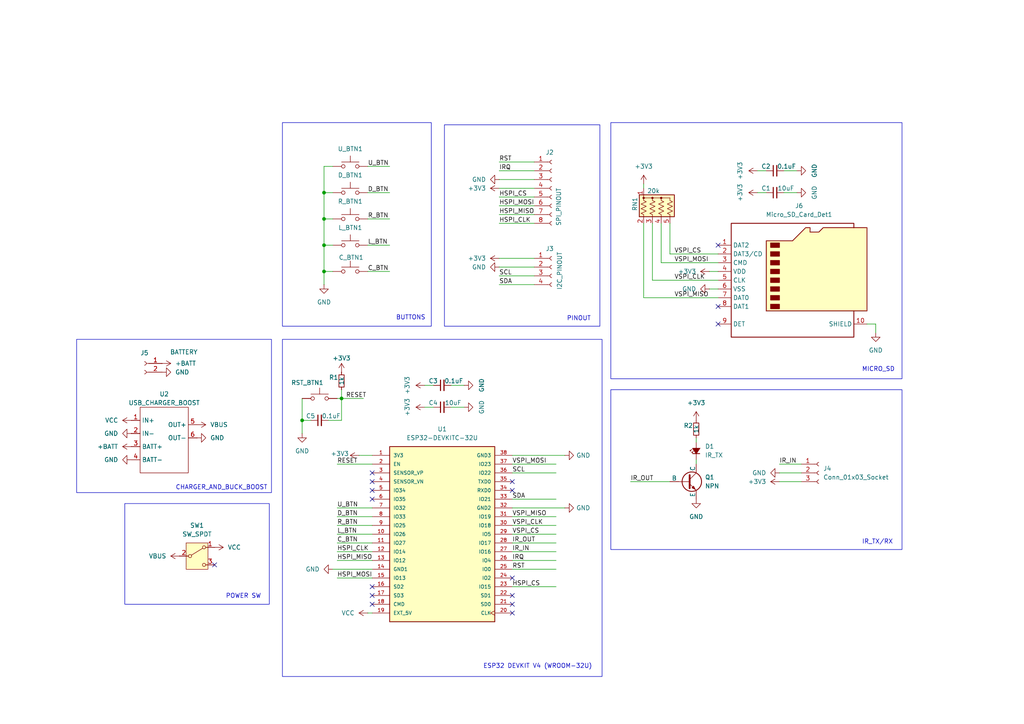
<source format=kicad_sch>
(kicad_sch (version 20231120) (generator "eeschema") (generator_version "8.0")
  (paper "A4")
  (lib_symbols
    (symbol "Connector:Conn_01x02_Socket" (pin_names (offset 1.016) hide)
      (property "Reference" "J" (at 0 2.54 0))
      (property "Value" "Conn_01x02_Socket" (at 0 -5.08 0))
      (symbol "Conn_01x02_Socket_1_1"
        (arc (start 0 -2.032) (mid -0.5058 -2.54) (end 0 -3.048) (stroke (width 0.1524)))
        (polyline (pts (xy -1.27 -2.54) (xy -0.508 -2.54)) (stroke (width 0.1524)))
        (polyline (pts (xy -1.27 0) (xy -0.508 0)) (stroke (width 0.1524)))
        (arc (start 0 0.508) (mid -0.5058 0) (end 0 -0.508) (stroke (width 0.1524)))
        (pin passive line (at -5.08 0 0) (length 3.81) (name "Pin_1") (number "1"))
        (pin passive line (at -5.08 -2.54 0) (length 3.81) (name "Pin_2") (number "2"))
      )
    )
    (symbol "Connector:Conn_01x03_Socket" (pin_names (offset 1.016) hide)
      (property "Reference" "J" (at 0 5.08 0))
      (property "Value" "Conn_01x03_Socket" (at 0 -5.08 0))
      (symbol "Conn_01x03_Socket_1_1"
        (arc (start 0 -2.032) (mid -0.5058 -2.54) (end 0 -3.048) (stroke (width 0.1524)))
        (polyline (pts (xy -1.27 -2.54) (xy -0.508 -2.54)) (stroke (width 0.1524)))
        (polyline (pts (xy -1.27 0) (xy -0.508 0)) (stroke (width 0.1524)))
        (polyline (pts (xy -1.27 2.54) (xy -0.508 2.54)) (stroke (width 0.1524)))
        (arc (start 0 0.508) (mid -0.5058 0) (end 0 -0.508) (stroke (width 0.1524)))
        (arc (start 0 3.048) (mid -0.5058 2.54) (end 0 2.032) (stroke (width 0.1524)))
        (pin passive line (at -5.08 2.54 0) (length 3.81) (name "Pin_1") (number "1"))
        (pin passive line (at -5.08 0 0) (length 3.81) (name "Pin_2") (number "2"))
        (pin passive line (at -5.08 -2.54 0) (length 3.81) (name "Pin_3") (number "3"))
      )
    )
    (symbol "Connector:Conn_01x04_Socket" (pin_names (offset 1.016) hide)
      (property "Reference" "J" (at 0 5.08 0))
      (property "Value" "Conn_01x04_Socket" (at 0 -7.62 0))
      (symbol "Conn_01x04_Socket_1_1"
        (arc (start 0 -4.572) (mid -0.5058 -5.08) (end 0 -5.588) (stroke (width 0.1524)))
        (arc (start 0 -2.032) (mid -0.5058 -2.54) (end 0 -3.048) (stroke (width 0.1524)))
        (polyline (pts (xy -1.27 -5.08) (xy -0.508 -5.08)) (stroke (width 0.1524)))
        (polyline (pts (xy -1.27 -2.54) (xy -0.508 -2.54)) (stroke (width 0.1524)))
        (polyline (pts (xy -1.27 0) (xy -0.508 0)) (stroke (width 0.1524)))
        (polyline (pts (xy -1.27 2.54) (xy -0.508 2.54)) (stroke (width 0.1524)))
        (arc (start 0 0.508) (mid -0.5058 0) (end 0 -0.508) (stroke (width 0.1524)))
        (arc (start 0 3.048) (mid -0.5058 2.54) (end 0 2.032) (stroke (width 0.1524)))
        (pin passive line (at -5.08 2.54 0) (length 3.81) (name "Pin_1") (number "1"))
        (pin passive line (at -5.08 0 0) (length 3.81) (name "Pin_2") (number "2"))
        (pin passive line (at -5.08 -2.54 0) (length 3.81) (name "Pin_3") (number "3"))
        (pin passive line (at -5.08 -5.08 0) (length 3.81) (name "Pin_4") (number "4"))
      )
    )
    (symbol "Connector:Conn_01x08_Socket" (pin_names (offset 1.016) hide)
      (property "Reference" "J" (at 0 10.16 0))
      (property "Value" "Conn_01x08_Socket" (at 0 -12.7 0))
      (symbol "Conn_01x08_Socket_1_1"
        (arc (start 0 -9.652) (mid -0.5058 -10.16) (end 0 -10.668) (stroke (width 0.1524)))
        (arc (start 0 -7.112) (mid -0.5058 -7.62) (end 0 -8.128) (stroke (width 0.1524)))
        (arc (start 0 -4.572) (mid -0.5058 -5.08) (end 0 -5.588) (stroke (width 0.1524)))
        (arc (start 0 -2.032) (mid -0.5058 -2.54) (end 0 -3.048) (stroke (width 0.1524)))
        (polyline (pts (xy -1.27 -10.16) (xy -0.508 -10.16)) (stroke (width 0.1524)))
        (polyline (pts (xy -1.27 -7.62) (xy -0.508 -7.62)) (stroke (width 0.1524)))
        (polyline (pts (xy -1.27 -5.08) (xy -0.508 -5.08)) (stroke (width 0.1524)))
        (polyline (pts (xy -1.27 -2.54) (xy -0.508 -2.54)) (stroke (width 0.1524)))
        (polyline (pts (xy -1.27 0) (xy -0.508 0)) (stroke (width 0.1524)))
        (polyline (pts (xy -1.27 2.54) (xy -0.508 2.54)) (stroke (width 0.1524)))
        (polyline (pts (xy -1.27 5.08) (xy -0.508 5.08)) (stroke (width 0.1524)))
        (polyline (pts (xy -1.27 7.62) (xy -0.508 7.62)) (stroke (width 0.1524)))
        (arc (start 0 0.508) (mid -0.5058 0) (end 0 -0.508) (stroke (width 0.1524)))
        (arc (start 0 3.048) (mid -0.5058 2.54) (end 0 2.032) (stroke (width 0.1524)))
        (arc (start 0 5.588) (mid -0.5058 5.08) (end 0 4.572) (stroke (width 0.1524)))
        (arc (start 0 8.128) (mid -0.5058 7.62) (end 0 7.112) (stroke (width 0.1524)))
        (pin passive line (at -5.08 7.62 0) (length 3.81) (name "Pin_1") (number "1"))
        (pin passive line (at -5.08 5.08 0) (length 3.81) (name "Pin_2") (number "2"))
        (pin passive line (at -5.08 2.54 0) (length 3.81) (name "Pin_3") (number "3"))
        (pin passive line (at -5.08 0 0) (length 3.81) (name "Pin_4") (number "4"))
        (pin passive line (at -5.08 -2.54 0) (length 3.81) (name "Pin_5") (number "5"))
        (pin passive line (at -5.08 -5.08 0) (length 3.81) (name "Pin_6") (number "6"))
        (pin passive line (at -5.08 -7.62 0) (length 3.81) (name "Pin_7") (number "7"))
        (pin passive line (at -5.08 -10.16 0) (length 3.81) (name "Pin_8") (number "8"))
      )
    )
    (symbol "Connector:Micro_SD_Card_Det1"
      (property "Reference" "J" (at -16.51 17.78 0))
      (property "Value" "Micro_SD_Card_Det1" (at 16.51 17.78 0))
      (symbol "Micro_SD_Card_Det1_0_1"
        (rectangle (start -7.62 -6.985) (end -5.08 -8.255) (stroke (width 0.254)) (fill (type outline)))
        (rectangle (start -7.62 -4.445) (end -5.08 -5.715) (stroke (width 0.254)) (fill (type outline)))
        (rectangle (start -7.62 -1.905) (end -5.08 -3.175) (stroke (width 0.254)) (fill (type outline)))
        (rectangle (start -7.62 0.635) (end -5.08 -0.635) (stroke (width 0.254)) (fill (type outline)))
        (rectangle (start -7.62 3.175) (end -5.08 1.905) (stroke (width 0.254)) (fill (type outline)))
        (rectangle (start -7.62 5.715) (end -5.08 4.445) (stroke (width 0.254)) (fill (type outline)))
        (rectangle (start -7.62 8.255) (end -5.08 6.985) (stroke (width 0.254)) (fill (type outline)))
        (rectangle (start -7.62 10.795) (end -5.08 9.525) (stroke (width 0.254)) (fill (type outline)))
        (polyline (pts (xy 16.51 15.24) (xy 16.51 16.51) (xy -19.05 16.51) (xy -19.05 -16.51) (xy 16.51 -16.51) (xy 16.51 -8.89)) (stroke (width 0.254)))
        (polyline (pts (xy -8.89 -8.89) (xy -8.89 11.43) (xy -1.27 11.43) (xy 2.54 15.24) (xy 3.81 15.24) (xy 3.81 13.97) (xy 6.35 13.97) (xy 7.62 15.24) (xy 20.32 15.24) (xy 20.32 -8.89) (xy -8.89 -8.89)) (stroke (width 0.254)) (fill (type background)))
      )
      (symbol "Micro_SD_Card_Det1_1_1"
        (pin bidirectional line (at -22.86 10.16 0) (length 3.81) (name "DAT2") (number "1"))
        (pin passive line (at 20.32 -12.7 180) (length 3.81) (name "SHIELD") (number "10"))
        (pin bidirectional line (at -22.86 7.62 0) (length 3.81) (name "DAT3/CD") (number "2"))
        (pin input line (at -22.86 5.08 0) (length 3.81) (name "CMD") (number "3"))
        (pin power_in line (at -22.86 2.54 0) (length 3.81) (name "VDD") (number "4"))
        (pin input line (at -22.86 0 0) (length 3.81) (name "CLK") (number "5"))
        (pin power_in line (at -22.86 -2.54 0) (length 3.81) (name "VSS") (number "6"))
        (pin bidirectional line (at -22.86 -5.08 0) (length 3.81) (name "DAT0") (number "7"))
        (pin bidirectional line (at -22.86 -7.62 0) (length 3.81) (name "DAT1") (number "8"))
        (pin passive line (at -22.86 -12.7 0) (length 3.81) (name "DET") (number "9"))
      )
    )
    (symbol "Device:C_Small" (pin_numbers hide) (pin_names (offset 0.254) hide)
      (property "Reference" "C" (at 0.254 1.778 0))
      (property "Value" "C_Small" (at 0.254 -2.032 0))
      (symbol "C_Small_0_1"
        (polyline (pts (xy -1.524 -0.508) (xy 1.524 -0.508)) (stroke (width 0.3302)))
        (polyline (pts (xy -1.524 0.508) (xy 1.524 0.508)) (stroke (width 0.3048)))
      )
      (symbol "C_Small_1_1"
        (pin passive line (at 0 2.54 270) (length 2.032) (name "~") (number "1"))
        (pin passive line (at 0 -2.54 90) (length 2.032) (name "~") (number "2"))
      )
    )
    (symbol "Device:LED_Small_Filled" (pin_numbers hide) (pin_names (offset 0.254) hide)
      (property "Reference" "D" (at -1.27 3.175 0))
      (property "Value" "LED_Small_Filled" (at -4.445 -2.54 0))
      (symbol "LED_Small_Filled_0_1"
        (polyline (pts (xy -0.762 -1.016) (xy -0.762 1.016)) (stroke (width 0.254)))
        (polyline (pts (xy 1.016 0) (xy -0.762 0)))
        (polyline (pts (xy 0.762 -1.016) (xy -0.762 0) (xy 0.762 1.016) (xy 0.762 -1.016)) (stroke (width 0.254)) (fill (type outline)))
        (polyline (pts (xy 0 0.762) (xy -0.508 1.27) (xy -0.254 1.27) (xy -0.508 1.27) (xy -0.508 1.016)))
        (polyline (pts (xy 0.508 1.27) (xy 0 1.778) (xy 0.254 1.778) (xy 0 1.778) (xy 0 1.524)))
      )
      (symbol "LED_Small_Filled_1_1"
        (pin passive line (at -2.54 0 0) (length 1.778) (name "K") (number "1"))
        (pin passive line (at 2.54 0 180) (length 1.778) (name "A") (number "2"))
      )
    )
    (symbol "Device:R_Network04_US" (pin_names (offset 0) hide)
      (property "Reference" "RN" (at -7.62 0 90))
      (property "Value" "R_Network04_US" (at 5.08 0 90))
      (symbol "R_Network04_US_0_1"
        (rectangle (start -6.35 -3.175) (end 3.81 3.175) (stroke (width 0.254)) (fill (type background)))
        (circle (center -5.08 2.286) (radius 0.254) (fill (type outline)))
        (circle (center -2.54 2.286) (radius 0.254) (fill (type outline)))
        (polyline (pts (xy -5.08 2.286) (xy 2.54 2.286)))
        (polyline (pts (xy -5.08 2.286) (xy -5.08 1.524) (xy -4.318 1.1684) (xy -5.842 0.508) (xy -4.318 -0.1524) (xy -5.842 -0.8382) (xy -4.318 -1.524) (xy -5.842 -2.1844) (xy -5.08 -2.54) (xy -5.08 -3.81)))
        (polyline (pts (xy -2.54 2.286) (xy -2.54 1.524) (xy -1.778 1.1684) (xy -3.302 0.508) (xy -1.778 -0.1524) (xy -3.302 -0.8382) (xy -1.778 -1.524) (xy -3.302 -2.1844) (xy -2.54 -2.54) (xy -2.54 -3.81)))
        (polyline (pts (xy 0 2.286) (xy 0 1.524) (xy 0.762 1.1684) (xy -0.762 0.508) (xy 0.762 -0.1524) (xy -0.762 -0.8382) (xy 0.762 -1.524) (xy -0.762 -2.1844) (xy 0 -2.54) (xy 0 -3.81)))
        (polyline (pts (xy 2.54 2.286) (xy 2.54 1.524) (xy 3.302 1.1684) (xy 1.778 0.508) (xy 3.302 -0.1524) (xy 1.778 -0.8382) (xy 3.302 -1.524) (xy 1.778 -2.1844) (xy 2.54 -2.54) (xy 2.54 -3.81)))
        (circle (center 0 2.286) (radius 0.254) (fill (type outline)))
      )
      (symbol "R_Network04_US_1_1"
        (pin passive line (at -5.08 5.08 270) (length 2.54) (name "common") (number "1"))
        (pin passive line (at -5.08 -5.08 90) (length 1.27) (name "R1") (number "2"))
        (pin passive line (at -2.54 -5.08 90) (length 1.27) (name "R2") (number "3"))
        (pin passive line (at 0 -5.08 90) (length 1.27) (name "R3") (number "4"))
        (pin passive line (at 2.54 -5.08 90) (length 1.27) (name "R4") (number "5"))
      )
    )
    (symbol "Device:R_Small" (pin_numbers hide) (pin_names (offset 0.254) hide)
      (property "Reference" "R" (at 0.762 0.508 0))
      (property "Value" "R_Small" (at 0.762 -1.016 0))
      (symbol "R_Small_0_1"
        (rectangle (start -0.762 1.778) (end 0.762 -1.778) (stroke (width 0.2032)))
      )
      (symbol "R_Small_1_1"
        (pin passive line (at 0 2.54 270) (length 0.762) (name "~") (number "1"))
        (pin passive line (at 0 -2.54 90) (length 0.762) (name "~") (number "2"))
      )
    )
    (symbol "ESP32-DEVKITC-32U:ESP32-DEVKITC-32U" (pin_names (offset 1.016))
      (property "Reference" "U" (at -15.2572 26.0643 0))
      (property "Value" "ESP32-DEVKITC-32U" (at -15.2563 -27.9698 0))
      (symbol "ESP32-DEVKITC-32U_0_0"
        (rectangle (start -15.24 -25.4) (end 15.24 25.4) (stroke (width 0.254)) (fill (type background)))
        (pin power_in line (at -20.32 22.86 0) (length 5.08) (name "3V3") (number "1"))
        (pin bidirectional line (at -20.32 0 0) (length 5.08) (name "IO26") (number "10"))
        (pin bidirectional line (at -20.32 -2.54 0) (length 5.08) (name "IO27") (number "11"))
        (pin bidirectional line (at -20.32 -5.08 0) (length 5.08) (name "IO14") (number "12"))
        (pin bidirectional line (at -20.32 -7.62 0) (length 5.08) (name "IO12") (number "13"))
        (pin power_in line (at -20.32 -10.16 0) (length 5.08) (name "GND1") (number "14"))
        (pin bidirectional line (at -20.32 -12.7 0) (length 5.08) (name "IO13") (number "15"))
        (pin bidirectional line (at -20.32 -15.24 0) (length 5.08) (name "SD2") (number "16"))
        (pin bidirectional line (at -20.32 -17.78 0) (length 5.08) (name "SD3") (number "17"))
        (pin bidirectional line (at -20.32 -20.32 0) (length 5.08) (name "CMD") (number "18"))
        (pin power_in line (at -20.32 -22.86 0) (length 5.08) (name "EXT_5V") (number "19"))
        (pin input line (at -20.32 20.32 0) (length 5.08) (name "EN") (number "2"))
        (pin input clock (at 20.32 -22.86 180) (length 5.08) (name "CLK") (number "20"))
        (pin bidirectional line (at 20.32 -20.32 180) (length 5.08) (name "SD0") (number "21"))
        (pin bidirectional line (at 20.32 -17.78 180) (length 5.08) (name "SD1") (number "22"))
        (pin bidirectional line (at 20.32 -15.24 180) (length 5.08) (name "IO15") (number "23"))
        (pin bidirectional line (at 20.32 -12.7 180) (length 5.08) (name "IO2") (number "24"))
        (pin bidirectional line (at 20.32 -10.16 180) (length 5.08) (name "IO0") (number "25"))
        (pin bidirectional line (at 20.32 -7.62 180) (length 5.08) (name "IO4") (number "26"))
        (pin bidirectional line (at 20.32 -5.08 180) (length 5.08) (name "IO16") (number "27"))
        (pin bidirectional line (at 20.32 -2.54 180) (length 5.08) (name "IO17") (number "28"))
        (pin bidirectional line (at 20.32 0 180) (length 5.08) (name "IO5") (number "29"))
        (pin input line (at -20.32 17.78 0) (length 5.08) (name "SENSOR_VP") (number "3"))
        (pin bidirectional line (at 20.32 2.54 180) (length 5.08) (name "IO18") (number "30"))
        (pin bidirectional line (at 20.32 5.08 180) (length 5.08) (name "IO19") (number "31"))
        (pin power_in line (at 20.32 7.62 180) (length 5.08) (name "GND2") (number "32"))
        (pin bidirectional line (at 20.32 10.16 180) (length 5.08) (name "IO21") (number "33"))
        (pin input line (at 20.32 12.7 180) (length 5.08) (name "RXD0") (number "34"))
        (pin output line (at 20.32 15.24 180) (length 5.08) (name "TXD0") (number "35"))
        (pin bidirectional line (at 20.32 17.78 180) (length 5.08) (name "IO22") (number "36"))
        (pin bidirectional line (at 20.32 20.32 180) (length 5.08) (name "IO23") (number "37"))
        (pin power_in line (at 20.32 22.86 180) (length 5.08) (name "GND3") (number "38"))
        (pin input line (at -20.32 15.24 0) (length 5.08) (name "SENSOR_VN") (number "4"))
        (pin bidirectional line (at -20.32 12.7 0) (length 5.08) (name "IO34") (number "5"))
        (pin bidirectional line (at -20.32 10.16 0) (length 5.08) (name "IO35") (number "6"))
        (pin bidirectional line (at -20.32 7.62 0) (length 5.08) (name "IO32") (number "7"))
        (pin bidirectional line (at -20.32 5.08 0) (length 5.08) (name "IO33") (number "8"))
        (pin bidirectional line (at -20.32 2.54 0) (length 5.08) (name "IO25") (number "9"))
      )
    )
    (symbol "Simulation_SPICE:NPN" (pin_numbers hide) (pin_names (offset 0))
      (property "Reference" "Q" (at -2.54 7.62 0))
      (property "Value" "NPN" (at -2.54 5.08 0))
      (symbol "NPN_0_1"
        (polyline (pts (xy -2.54 0) (xy 0.635 0)) (stroke (width 0.1524)))
        (polyline (pts (xy 0.635 0.635) (xy 2.54 2.54)))
        (polyline (pts (xy 2.794 -1.27) (xy 2.794 -1.27)) (stroke (width 0.1524)))
        (polyline (pts (xy 2.794 -1.27) (xy 2.794 -1.27)) (stroke (width 0.1524)))
        (polyline (pts (xy 0.635 -0.635) (xy 2.54 -2.54) (xy 2.54 -2.54)))
        (polyline (pts (xy 0.635 1.905) (xy 0.635 -1.905) (xy 0.635 -1.905)) (stroke (width 0.508)))
        (polyline (pts (xy 1.27 -1.778) (xy 1.778 -1.27) (xy 2.286 -2.286) (xy 1.27 -1.778) (xy 1.27 -1.778)) (fill (type outline)))
        (circle (center 1.27 0) (radius 2.8194) (stroke (width 0.254)))
      )
      (symbol "NPN_1_1"
        (pin open_collector line (at 2.54 5.08 270) (length 2.54) (name "C") (number "1"))
        (pin input line (at -5.08 0 0) (length 2.54) (name "B") (number "2"))
        (pin open_emitter line (at 2.54 -5.08 90) (length 2.54) (name "E") (number "3"))
      )
    )
    (symbol "Switch:SW_Push" (pin_numbers hide) (pin_names (offset 1.016) hide)
      (property "Reference" "SW" (at 1.27 2.54 0))
      (property "Value" "SW_Push" (at 0 -1.524 0))
      (symbol "SW_Push_0_1"
        (circle (center -2.032 0) (radius 0.508))
        (polyline (pts (xy 0 1.27) (xy 0 3.048)))
        (polyline (pts (xy 2.54 1.27) (xy -2.54 1.27)))
        (circle (center 2.032 0) (radius 0.508))
        (pin passive line (at -5.08 0 0) (length 2.54) (name "1") (number "1"))
        (pin passive line (at 5.08 0 180) (length 2.54) (name "2") (number "2"))
      )
    )
    (symbol "Switch:SW_SPDT" (pin_names (offset 0) hide)
      (property "Reference" "SW" (at 0 5.08 0))
      (property "Value" "SW_SPDT" (at 0 -5.08 0))
      (symbol "SW_SPDT_0_1"
        (circle (center -2.032 0) (radius 0.4572))
        (polyline (pts (xy -1.651 0.254) (xy 1.651 2.286)))
        (circle (center 2.032 -2.54) (radius 0.4572))
        (circle (center 2.032 2.54) (radius 0.4572))
      )
      (symbol "SW_SPDT_1_1"
        (rectangle (start -3.175 3.81) (end 3.175 -3.81) (fill (type background)))
        (pin passive line (at 5.08 2.54 180) (length 2.54) (name "A") (number "1"))
        (pin passive line (at -5.08 0 0) (length 2.54) (name "B") (number "2"))
        (pin passive line (at 5.08 -2.54 180) (length 2.54) (name "C") (number "3"))
      )
    )
    (symbol "USB_Charger_Buck_Boost:USB_Charger_Buck_Boost"
      (property "Reference" "U" (at 6.858 10.414 0))
      (symbol "USB_Charger_Buck_Boost_0_1"
        (rectangle (start -6.35 8.89) (end 7.62 -10.16))
      )
      (symbol "USB_Charger_Buck_Boost_1_1"
        (pin power_in line (at -8.89 5.08 0) (length 2.54) (name "IN+") (number "1"))
        (pin power_in line (at -8.89 1.27 0) (length 2.54) (name "IN-") (number "2"))
        (pin power_in line (at -8.89 -2.54 0) (length 2.54) (name "BATT+") (number "3"))
        (pin power_in line (at -8.89 -6.35 0) (length 2.54) (name "BATT-") (number "4"))
        (pin power_out line (at 10.16 3.81 180) (length 2.54) (name "OUT+") (number "5"))
        (pin power_out line (at 10.16 0 180) (length 2.54) (name "OUT-") (number "6"))
      )
    )
    (symbol "power:+3V3" (power) (pin_numbers hide) (pin_names (offset 0) hide)
      (property "Value" "+3V3" (at 0 3.556 0))
      (symbol "+3V3_0_1"
        (polyline (pts (xy -0.762 1.27) (xy 0 2.54)))
        (polyline (pts (xy 0 0) (xy 0 2.54)))
        (polyline (pts (xy 0 2.54) (xy 0.762 1.27)))
      )
      (symbol "+3V3_1_1"
        (pin power_in line (at 0 0 90) (length 0) (name "~") (number "1"))
      )
    )
    (symbol "power:+BATT" (power) (pin_numbers hide) (pin_names (offset 0) hide)
      (property "Value" "+BATT" (at 0 3.556 0))
      (symbol "+BATT_0_1"
        (polyline (pts (xy -0.762 1.27) (xy 0 2.54)))
        (polyline (pts (xy 0 0) (xy 0 2.54)))
        (polyline (pts (xy 0 2.54) (xy 0.762 1.27)))
      )
      (symbol "+BATT_1_1"
        (pin power_in line (at 0 0 90) (length 0) (name "~") (number "1"))
      )
    )
    (symbol "power:GND" (power) (pin_numbers hide) (pin_names (offset 0) hide)
      (property "Value" "GND" (at 0 -3.81 0))
      (symbol "GND_0_1"
        (polyline (pts (xy 0 0) (xy 0 -1.27) (xy 1.27 -1.27) (xy 0 -2.54) (xy -1.27 -1.27) (xy 0 -1.27)))
      )
      (symbol "GND_1_1"
        (pin power_in line (at 0 0 270) (length 0) (name "~") (number "1"))
      )
    )
    (symbol "power:VBUS" (power) (pin_numbers hide) (pin_names (offset 0) hide)
      (property "Value" "VBUS" (at 0 3.556 0))
      (symbol "VBUS_0_1"
        (polyline (pts (xy -0.762 1.27) (xy 0 2.54)))
        (polyline (pts (xy 0 0) (xy 0 2.54)))
        (polyline (pts (xy 0 2.54) (xy 0.762 1.27)))
      )
      (symbol "VBUS_1_1"
        (pin power_in line (at 0 0 90) (length 0) (name "~") (number "1"))
      )
    )
    (symbol "power:VCC" (power) (pin_numbers hide) (pin_names (offset 0) hide)
      (property "Value" "VCC" (at 0 3.556 0))
      (symbol "VCC_0_1"
        (polyline (pts (xy -0.762 1.27) (xy 0 2.54)))
        (polyline (pts (xy 0 0) (xy 0 2.54)))
        (polyline (pts (xy 0 2.54) (xy 0.762 1.27)))
      )
      (symbol "VCC_1_1"
        (pin power_in line (at 0 0 90) (length 0) (name "~") (number "1"))
      )
    )
  )
  (junction (at 99.06 115.57))
  (junction (at 93.98 63.5))
  (junction (at 93.98 78.74))
  (junction (at 93.98 71.12))
  (junction (at 93.98 55.88))
  (junction (at 87.63 121.92))
  (no_connect (at 107.95 139.7))
  (no_connect (at 208.28 93.98))
  (no_connect (at 107.95 142.24))
  (no_connect (at 107.95 137.16))
  (no_connect (at 148.59 167.64))
  (no_connect (at 148.59 175.26))
  (no_connect (at 107.95 144.78))
  (no_connect (at 107.95 172.72))
  (no_connect (at 148.59 139.7))
  (no_connect (at 148.59 142.24))
  (no_connect (at 208.28 88.9))
  (no_connect (at 62.23 163.83))
  (no_connect (at 208.28 71.12))
  (no_connect (at 148.59 177.8))
  (no_connect (at 107.95 170.18))
  (no_connect (at 148.59 172.72))
  (no_connect (at 107.95 175.26))
  (wire (pts (xy 219.71 55.88) (xy 222.25 55.88)))
  (wire (pts (xy 148.59 162.56) (xy 161.29 162.56)))
  (wire (pts (xy 97.79 152.4) (xy 107.95 152.4)))
  (wire (pts (xy 148.59 160.02) (xy 161.29 160.02)))
  (wire (pts (xy 189.23 64.77) (xy 189.23 81.28)))
  (wire (pts (xy 144.78 49.53) (xy 154.94 49.53)))
  (wire (pts (xy 95.25 121.92) (xy 99.06 121.92)))
  (wire (pts (xy 93.98 71.12) (xy 93.98 78.74)))
  (wire (pts (xy 148.59 170.18) (xy 161.29 170.18)))
  (wire (pts (xy 186.69 64.77) (xy 186.69 86.36)))
  (wire (pts (xy 186.69 86.36) (xy 208.28 86.36)))
  (wire (pts (xy 201.93 133.35) (xy 201.93 134.62)))
  (wire (pts (xy 97.79 160.02) (xy 107.95 160.02)))
  (wire (pts (xy 97.79 134.62) (xy 107.95 134.62)))
  (wire (pts (xy 106.68 71.12) (xy 113.03 71.12)))
  (wire (pts (xy 144.78 57.15) (xy 154.94 57.15)))
  (wire (pts (xy 189.23 81.28) (xy 208.28 81.28)))
  (wire (pts (xy 96.52 48.26) (xy 93.98 48.26)))
  (wire (pts (xy 93.98 63.5) (xy 93.98 71.12)))
  (wire (pts (xy 144.78 54.61) (xy 154.94 54.61)))
  (wire (pts (xy 130.81 118.11) (xy 134.62 118.11)))
  (wire (pts (xy 96.52 165.1) (xy 107.95 165.1)))
  (wire (pts (xy 106.68 48.26) (xy 113.03 48.26)))
  (wire (pts (xy 93.98 78.74) (xy 93.98 82.55)))
  (wire (pts (xy 97.79 149.86) (xy 107.95 149.86)))
  (wire (pts (xy 87.63 121.92) (xy 87.63 125.73)))
  (wire (pts (xy 93.98 55.88) (xy 93.98 63.5)))
  (wire (pts (xy 97.79 115.57) (xy 99.06 115.57)))
  (wire (pts (xy 227.33 55.88) (xy 231.14 55.88)))
  (wire (pts (xy 106.68 78.74) (xy 113.03 78.74)))
  (wire (pts (xy 148.59 154.94) (xy 161.29 154.94)))
  (wire (pts (xy 97.79 147.32) (xy 107.95 147.32)))
  (wire (pts (xy 123.19 118.11) (xy 125.73 118.11)))
  (wire (pts (xy 227.33 49.53) (xy 231.14 49.53)))
  (wire (pts (xy 144.78 62.23) (xy 154.94 62.23)))
  (wire (pts (xy 144.78 74.93) (xy 154.94 74.93)))
  (wire (pts (xy 106.68 55.88) (xy 113.03 55.88)))
  (wire (pts (xy 87.63 115.57) (xy 87.63 121.92)))
  (wire (pts (xy 99.06 121.92) (xy 99.06 115.57)))
  (wire (pts (xy 93.98 71.12) (xy 96.52 71.12)))
  (wire (pts (xy 191.77 76.2) (xy 208.28 76.2)))
  (wire (pts (xy 106.68 63.5) (xy 113.03 63.5)))
  (wire (pts (xy 148.59 152.4) (xy 161.29 152.4)))
  (wire (pts (xy 148.59 132.08) (xy 163.83 132.08)))
  (wire (pts (xy 144.78 82.55) (xy 154.94 82.55)))
  (wire (pts (xy 226.06 139.7) (xy 232.41 139.7)))
  (wire (pts (xy 148.59 134.62) (xy 161.29 134.62)))
  (wire (pts (xy 104.14 132.08) (xy 107.95 132.08)))
  (wire (pts (xy 148.59 157.48) (xy 161.29 157.48)))
  (wire (pts (xy 144.78 64.77) (xy 154.94 64.77)))
  (wire (pts (xy 106.68 177.8) (xy 107.95 177.8)))
  (wire (pts (xy 148.59 165.1) (xy 161.29 165.1)))
  (wire (pts (xy 144.78 59.69) (xy 154.94 59.69)))
  (wire (pts (xy 186.69 53.34) (xy 186.69 54.61)))
  (wire (pts (xy 226.06 137.16) (xy 232.41 137.16)))
  (wire (pts (xy 219.71 49.53) (xy 222.25 49.53)))
  (wire (pts (xy 93.98 63.5) (xy 96.52 63.5)))
  (wire (pts (xy 205.74 78.74) (xy 208.28 78.74)))
  (wire (pts (xy 144.78 46.99) (xy 154.94 46.99)))
  (wire (pts (xy 97.79 167.64) (xy 107.95 167.64)))
  (wire (pts (xy 93.98 48.26) (xy 93.98 55.88)))
  (wire (pts (xy 182.88 139.7) (xy 194.31 139.7)))
  (wire (pts (xy 251.46 93.98) (xy 254 93.98)))
  (wire (pts (xy 194.31 64.77) (xy 194.31 73.66)))
  (wire (pts (xy 90.17 121.92) (xy 87.63 121.92)))
  (wire (pts (xy 99.06 113.03) (xy 99.06 115.57)))
  (wire (pts (xy 144.78 80.01) (xy 154.94 80.01)))
  (wire (pts (xy 163.83 147.32) (xy 148.59 147.32)))
  (wire (pts (xy 205.74 83.82) (xy 208.28 83.82)))
  (wire (pts (xy 97.79 154.94) (xy 107.95 154.94)))
  (wire (pts (xy 93.98 55.88) (xy 96.52 55.88)))
  (wire (pts (xy 148.59 149.86) (xy 161.29 149.86)))
  (wire (pts (xy 130.81 111.76) (xy 134.62 111.76)))
  (wire (pts (xy 226.06 134.62) (xy 232.41 134.62)))
  (wire (pts (xy 123.19 111.76) (xy 125.73 111.76)))
  (wire (pts (xy 93.98 78.74) (xy 96.52 78.74)))
  (wire (pts (xy 148.59 137.16) (xy 161.29 137.16)))
  (wire (pts (xy 144.78 52.07) (xy 154.94 52.07)))
  (wire (pts (xy 191.77 64.77) (xy 191.77 76.2)))
  (wire (pts (xy 97.79 157.48) (xy 107.95 157.48)))
  (wire (pts (xy 194.31 73.66) (xy 208.28 73.66)))
  (wire (pts (xy 99.06 115.57) (xy 105.41 115.57)))
  (wire (pts (xy 144.78 77.47) (xy 154.94 77.47)))
  (wire (pts (xy 97.79 162.56) (xy 107.95 162.56)))
  (wire (pts (xy 201.93 127) (xy 201.93 128.27)))
  (wire (pts (xy 148.59 144.78) (xy 161.29 144.78)))
  (wire (pts (xy 254 93.98) (xy 254 96.52)))
  (rectangle (start 22.225 98.425) (end 78.74 142.875))
  (rectangle (start 81.915 98.425) (end 174.625 196.215))
  (rectangle (start 36.195 146.05) (end 78.105 175.26))
  (rectangle (start 177.165 113.03) (end 261.62 159.385))
  (rectangle (start 128.905 36.195) (end 173.99 94.615))
  (rectangle (start 81.915 35.56) (end 125.095 94.615))
  (rectangle (start 177.165 35.56) (end 261.62 109.855))
  (text "IR_TX/RX" (at 254.508 157.226 0) (effects (font (size 1.27 1.27))))
  (text "MICRO_SD\n" (at 254.762 107.188 0) (effects (font (size 1.27 1.27))))
  (text "POWER SW" (at 70.612 172.974 0) (effects (font (size 1.27 1.27))))
  (text "PINOUT\n" (at 167.894 92.456 0) (effects (font (size 1.27 1.27))))
  (text "CHARGER_AND_BUCK_BOOST" (at 64.262 141.478 0) (effects (font (size 1.27 1.27))))
  (text "BUTTONS" (at 119.126 92.202 0) (effects (font (size 1.27 1.27))))
  (text "ESP32 DEVKIT V4 (WROOM-32U)\n" (at 155.956 193.294 0) (effects (font (size 1.27 1.27))))
  (label "C_BTN" (at 106.68 78.74 0))
  (label "HSPI_CS" (at 144.78 57.15 0))
  (label "RESET" (at 100.33 115.57 0))
  (label "HSPI_MOSI" (at 97.79 167.64 0))
  (label "C_BTN" (at 97.79 157.48 0))
  (label "IR_OUT" (at 148.59 157.48 0))
  (label "HSPI_MISO" (at 97.79 162.56 0))
  (label "U_BTN" (at 97.79 147.32 0))
  (label "RST" (at 144.78 46.99 0))
  (label "IR_OUT" (at 182.88 139.7 0))
  (label "HSPI_CLK" (at 97.79 160.02 0))
  (label "D_BTN" (at 97.79 149.86 0))
  (label "HSPI_CS" (at 148.59 170.18 0))
  (label "VSPI_MOSI" (at 195.58 76.2 0))
  (label "SCL" (at 148.59 137.16 0))
  (label "U_BTN" (at 106.68 48.26 0))
  (label "VSPI_MISO" (at 195.58 86.36 0))
  (label "IR_IN" (at 226.06 134.62 0))
  (label "VSPI_MOSI" (at 148.59 134.62 0))
  (label "HSPI_MOSI" (at 144.78 59.69 0))
  (label "VSPI_CS" (at 148.59 154.94 0))
  (label "R_BTN" (at 97.79 152.4 0))
  (label "IR_IN" (at 148.59 160.02 0))
  (label "VSPI_CLK" (at 148.59 152.4 0))
  (label "HSPI_MISO" (at 144.78 62.23 0))
  (label "L_BTN" (at 106.68 71.12 0))
  (label "IRQ" (at 148.59 162.56 0))
  (label "R_BTN" (at 106.68 63.5 0))
  (label "RESET" (at 97.79 134.62 0))
  (label "SDA" (at 144.78 82.55 0))
  (label "HSPI_CLK" (at 144.78 64.77 0))
  (label "VSPI_MISO" (at 148.59 149.86 0))
  (label "RST" (at 148.59 165.1 0))
  (label "SDA" (at 148.59 144.78 0))
  (label "VSPI_CLK" (at 195.58 81.28 0))
  (label "L_BTN" (at 97.79 154.94 0))
  (label "VSPI_CS" (at 195.58 73.66 0))
  (label "IRQ" (at 144.78 49.53 0))
  (label "D_BTN" (at 106.68 55.88 0))
  (label "SCL" (at 144.78 80.01 0))
  (symbol (lib_id "power:GND") (at 38.1 125.73 270) (unit 1)
    (property "Reference" "#PWR038" (effects (hide yes)))
    (property "Value" "GND" (at 34.29 125.7299 90) (effects (justify right)))
    (property "Description" "Power symbol creates a global label with name \"GND\" , ground" (effects (hide yes)))
  )
  (symbol (lib_id "power:GND") (at 144.78 52.07 270) (unit 1)
    (property "Reference" "#PWR014" (effects (hide yes)))
    (property "Value" "GND" (at 140.97 52.0699 90) (effects (justify right)))
    (property "Description" "Power symbol creates a global label with name \"GND\" , ground" (effects (hide yes)))
  )
  (symbol (lib_id "power:GND") (at 134.62 111.76 90) (unit 1)
    (property "Reference" "#PWR017" (effects (hide yes)))
    (property "Value" "GND" (at 139.7 111.76 0))
    (property "Description" "Power symbol creates a global label with name \"GND\" , ground" (effects (hide yes)))
  )
  (symbol (lib_id "Switch:SW_Push") (at 92.71 115.57 0) (unit 1)
    (property "Reference" "RST_BTN1" (at 89.154 110.998 0))
    (property "Value" "SW_Push" (effects (hide yes)))
    (property "Description" "Push button switch, generic, two pins" (effects (hide yes)))
  )
  (symbol (lib_id "power:GND") (at 254 96.52 0) (unit 1)
    (property "Reference" "#PWR05" (effects (hide yes)))
    (property "Value" "GND" (at 254 101.6 0))
    (property "Description" "Power symbol creates a global label with name \"GND\" , ground" (effects (hide yes)))
  )
  (symbol (lib_id "Switch:SW_SPDT") (at 57.15 161.29 0) (unit 1)
    (property "Reference" "SW1" (at 57.15 152.4 0))
    (property "Value" "SW_SPDT" (at 57.15 154.94 0))
    (property "Footprint" "Button_Switch_SMD:SW_SPDT_PCM12" (effects (hide yes)))
    (property "Description" "Switch, single pole double throw" (effects (hide yes)))
  )
  (symbol (lib_id "Connector:Conn_01x04_Socket") (at 160.02 77.47 0) (unit 1)
    (property "Reference" "J3" (at 158.242 72.136 0) (effects (justify left)))
    (property "Value" "I2C_PINOUT" (at 162.306 84.074 90) (effects (justify left)))
    (property "Footprint" "Connector_PinSocket_2.54mm:PinSocket_1x04_P2.54mm_Vertical" (effects (hide yes)))
    (property "Description" "Generic connector, single row, 01x04, script generated" (effects (hide yes)))
  )
  (symbol (lib_id "Switch:SW_Push") (at 101.6 71.12 0) (unit 1)
    (property "Reference" "L_BTN1" (at 101.6 66.04 0))
    (property "Value" "SW_Push" (effects (hide yes)))
    (property "Footprint" "Button_Switch_SMD:SW_SPST_FSMSM" (effects (hide yes)))
    (property "Description" "Push button switch, generic, two pins" (effects (hide yes)))
  )
  (symbol (lib_id "power:+BATT") (at 46.99 105.41 270) (unit 1)
    (property "Reference" "#PWR031" (effects (hide yes)))
    (property "Value" "+BATT" (at 50.8 105.4099 90) (effects (justify left)))
    (property "Description" "Power symbol creates a global label with name \"+BATT\"" (effects (hide yes)))
  )
  (symbol (lib_id "power:+3V3") (at 205.74 78.74 90) (unit 1)
    (property "Reference" "#PWR06" (effects (hide yes)))
    (property "Value" "+3V3" (at 201.93 78.7399 90) (effects (justify left)))
    (property "Description" "Power symbol creates a global label with name \"+3V3\"" (effects (hide yes)))
  )
  (symbol (lib_id "power:+3V3") (at 226.06 139.7 90) (unit 1)
    (property "Reference" "#PWR027" (effects (hide yes)))
    (property "Value" "+3V3" (at 222.25 139.6999 90) (effects (justify left)))
    (property "Description" "Power symbol creates a global label with name \"+3V3\"" (effects (hide yes)))
  )
  (symbol (lib_id "Connector:Micro_SD_Card_Det1") (at 231.14 81.28 0) (unit 1)
    (property "Reference" "J6" (at 231.775 59.69 0))
    (property "Value" "Micro_SD_Card_Det1" (at 231.775 62.23 0))
    (property "Footprint" "Community:J_SD_Card-micro_socket_A" (effects (hide yes)))
    (property "Datasheet" "https://datasheet.lcsc.com/lcsc/2110151630_XKB-Connectivity-XKTF-015-N_C381082.pdf" (effects (hide yes)))
    (property "Description" "Micro SD Card Socket with one card detection pin" (effects (hide yes)))
  )
  (symbol (lib_id "power:GND") (at 87.63 125.73 0) (unit 1)
    (property "Reference" "#PWR020" (effects (hide yes)))
    (property "Value" "GND" (at 87.63 130.81 0))
    (property "Description" "Power symbol creates a global label with name \"GND\" , ground" (effects (hide yes)))
  )
  (symbol (lib_id "Device:C_Small") (at 224.79 55.88 90) (unit 1)
    (property "Reference" "C1" (at 223.52 54.61 90) (effects (justify left)))
    (property "Value" "10uF" (at 230.378 54.61 90) (effects (justify left)))
    (property "Footprint" "Capacitor_SMD:C_0805_2012Metric_Pad1.18x1.45mm_HandSolder" (effects (hide yes)))
    (property "Description" "Unpolarized capacitor, small symbol" (effects (hide yes)))
  )
  (symbol (lib_id "power:GND") (at 163.83 132.08 90) (unit 1)
    (property "Reference" "#PWR010" (effects (hide yes)))
    (property "Value" "GND" (at 167.132 132.08 90) (effects (justify right)))
    (property "Description" "Power symbol creates a global label with name \"GND\" , ground" (effects (hide yes)))
  )
  (symbol (lib_id "power:GND") (at 46.99 107.95 90) (unit 1)
    (property "Reference" "#PWR034" (effects (hide yes)))
    (property "Value" "GND" (at 50.8 107.9499 90) (effects (justify right)))
    (property "Description" "Power symbol creates a global label with name \"GND\" , ground" (effects (hide yes)))
  )
  (symbol (lib_id "power:+3V3") (at 219.71 49.53 90) (unit 1)
    (property "Reference" "#PWR02" (effects (hide yes)))
    (property "Value" "+3V3" (at 214.63 49.53 0))
    (property "Description" "Power symbol creates a global label with name \"+3V3\"" (effects (hide yes)))
  )
  (symbol (lib_id "Device:R_Small") (at 201.93 124.46 0) (unit 1)
    (property "Reference" "R2" (at 199.644 123.444 0))
    (property "Value" "1k" (at 201.93 124.46 90))
    (property "Description" "Resistor, small symbol" (effects (hide yes)))
  )
  (symbol (lib_id "power:GND") (at 201.93 144.78 0) (unit 1)
    (property "Reference" "#PWR025" (effects (hide yes)))
    (property "Value" "GND" (at 201.93 149.86 0))
    (property "Description" "Power symbol creates a global label with name \"GND\" , ground" (effects (hide yes)))
  )
  (symbol (lib_id "Device:C_Small") (at 92.71 121.92 90) (unit 1)
    (property "Reference" "C5" (at 91.44 120.65 90) (effects (justify left)))
    (property "Value" "0.1uF" (at 98.806 120.65 90) (effects (justify left)))
    (property "Footprint" "Capacitor_SMD:C_0805_2012Metric_Pad1.18x1.45mm_HandSolder" (effects (hide yes)))
    (property "Description" "Unpolarized capacitor, small symbol" (effects (hide yes)))
  )
  (symbol (lib_id "Device:R_Network04_US") (at 191.77 59.69 0) (unit 1)
    (property "Reference" "RN1" (at 184.15 61.214 90) (effects (justify left)))
    (property "Value" "20k" (at 187.706 55.372 0) (effects (justify left)))
    (property "Footprint" "Resistor_THT:R_Array_SIP5" (effects (hide yes)))
    (property "Datasheet" "http://www.vishay.com/docs/31509/csc.pdf" (effects (hide yes)))
    (property "Description" "4 resistor network, star topology, bussed resistors, small US symbol" (effects (hide yes)))
  )
  (symbol (lib_id "power:VCC") (at 106.68 177.8 90) (unit 1)
    (property "Reference" "#PWR030" (effects (hide yes)))
    (property "Value" "VCC" (at 102.87 177.7999 90) (effects (justify left)))
    (property "Description" "Power symbol creates a global label with name \"VCC\"" (effects (hide yes)))
  )
  (symbol (lib_id "Switch:SW_Push") (at 101.6 55.88 0) (unit 1)
    (property "Reference" "D_BTN1" (at 101.6 50.8 0))
    (property "Value" "SW_Push" (effects (hide yes)))
    (property "Footprint" "Button_Switch_SMD:SW_SPST_FSMSM" (effects (hide yes)))
    (property "Description" "Push button switch, generic, two pins" (effects (hide yes)))
  )
  (symbol (lib_id "power:+3V3") (at 186.69 53.34 0) (unit 1)
    (property "Reference" "#PWR08" (effects (hide yes)))
    (property "Value" "+3V3" (at 186.69 48.26 0))
    (property "Description" "Power symbol creates a global label with name \"+3V3\"" (effects (hide yes)))
  )
  (symbol (lib_id "Device:C_Small") (at 128.27 111.76 90) (unit 1)
    (property "Reference" "C3" (at 127 110.49 90) (effects (justify left)))
    (property "Value" "0.1uF" (at 134.366 110.49 90) (effects (justify left)))
    (property "Footprint" "Capacitor_SMD:C_0805_2012Metric_Pad1.18x1.45mm_HandSolder" (effects (hide yes)))
    (property "Description" "Unpolarized capacitor, small symbol" (effects (hide yes)))
  )
  (symbol (lib_id "power:GND") (at 96.52 165.1 270) (unit 1)
    (property "Reference" "#PWR011" (effects (hide yes)))
    (property "Value" "GND" (at 92.71 165.0999 90) (effects (justify right)))
    (property "Description" "Power symbol creates a global label with name \"GND\" , ground" (effects (hide yes)))
  )
  (symbol (lib_id "power:+3V3") (at 99.06 107.95 0) (unit 1)
    (property "Reference" "#PWR019" (effects (hide yes)))
    (property "Value" "+3V3" (at 99.06 103.886 0))
    (property "Description" "Power symbol creates a global label with name \"+3V3\"" (effects (hide yes)))
  )
  (symbol (lib_id "power:+3V3") (at 219.71 55.88 90) (unit 1)
    (property "Reference" "#PWR01" (effects (hide yes)))
    (property "Value" "+3V3" (at 214.63 55.88 0))
    (property "Description" "Power symbol creates a global label with name \"+3V3\"" (effects (hide yes)))
  )
  (symbol (lib_id "Device:C_Small") (at 224.79 49.53 90) (unit 1)
    (property "Reference" "C2" (at 223.52 48.26 90) (effects (justify left)))
    (property "Value" "0.1uF" (at 230.886 48.26 90) (effects (justify left)))
    (property "Footprint" "Capacitor_SMD:C_0805_2012Metric_Pad1.18x1.45mm_HandSolder" (effects (hide yes)))
    (property "Description" "Unpolarized capacitor, small symbol" (effects (hide yes)))
  )
  (symbol (lib_id "USB_Charger_Buck_Boost:USB_Charger_Buck_Boost") (at 46.99 127 0) (unit 1)
    (property "Reference" "U2" (at 47.625 114.3 0))
    (property "Value" "USB_CHARGER_BOOST" (at 47.625 116.84 0))
    (property "Footprint" "USB_Charger_Buck_Boost:USB_Charger_Buck_Boost" (effects (hide yes)))
  )
  (symbol (lib_id "power:GND") (at 144.78 77.47 270) (unit 1)
    (property "Reference" "#PWR023" (effects (hide yes)))
    (property "Value" "GND" (at 140.97 77.4699 90) (effects (justify right)))
    (property "Description" "Power symbol creates a global label with name \"GND\" , ground" (effects (hide yes)))
  )
  (symbol (lib_id "power:GND") (at 134.62 118.11 90) (unit 1)
    (property "Reference" "#PWR018" (effects (hide yes)))
    (property "Value" "GND" (at 139.7 118.11 0))
    (property "Description" "Power symbol creates a global label with name \"GND\" , ground" (effects (hide yes)))
  )
  (symbol (lib_id "power:VBUS") (at 57.15 123.19 270) (unit 1)
    (property "Reference" "#PWR032" (effects (hide yes)))
    (property "Value" "VBUS" (at 60.96 123.1899 90) (effects (justify left)))
    (property "Description" "Power symbol creates a global label with name \"VBUS\"" (effects (hide yes)))
  )
  (symbol (lib_id "power:GND") (at 205.74 83.82 270) (unit 1)
    (property "Reference" "#PWR07" (effects (hide yes)))
    (property "Value" "GND" (at 201.93 83.8199 90) (effects (justify right)))
    (property "Description" "Power symbol creates a global label with name \"GND\" , ground" (effects (hide yes)))
  )
  (symbol (lib_id "power:GND") (at 93.98 82.55 0) (unit 1)
    (property "Reference" "#PWR021" (effects (hide yes)))
    (property "Value" "GND" (at 93.98 87.63 0))
    (property "Description" "Power symbol creates a global label with name \"GND\" , ground" (effects (hide yes)))
  )
  (symbol (lib_id "Switch:SW_Push") (at 101.6 48.26 0) (unit 1)
    (property "Reference" "U_BTN1" (at 101.6 43.18 0))
    (property "Value" "SW_Push" (effects (hide yes)))
    (property "Footprint" "Button_Switch_SMD:SW_SPST_FSMSM" (effects (hide yes)))
    (property "Description" "Push button switch, generic, two pins" (effects (hide yes)))
  )
  (symbol (lib_id "Simulation_SPICE:NPN") (at 199.39 139.7 0) (unit 1)
    (property "Reference" "Q1" (at 204.47 138.4299 0) (effects (justify left)))
    (property "Value" "NPN" (at 204.47 140.9699 0) (effects (justify left)))
    (property "Datasheet" "https://ngspice.sourceforge.io/docs/ngspice-html-manual/manual.xhtml#cha_BJTs" (effects (hide yes)))
    (property "Description" "Bipolar transistor symbol for simulation only, substrate tied to the emitter" (effects (hide yes)))
    (property "Sim.Device" "NPN" (effects (hide yes)))
    (property "Sim.Type" "GUMMELPOON" (effects (hide yes)))
    (property "Sim.Pins" "1=C 2=B 3=E" (effects (hide yes)))
  )
  (symbol (lib_id "power:GND") (at 226.06 137.16 270) (unit 1)
    (property "Reference" "#PWR026" (effects (hide yes)))
    (property "Value" "GND" (at 222.25 137.1599 90) (effects (justify right)))
    (property "Description" "Power symbol creates a global label with name \"GND\" , ground" (effects (hide yes)))
  )
  (symbol (lib_id "power:VBUS") (at 52.07 161.29 90) (unit 1)
    (property "Reference" "#PWR028" (effects (hide yes)))
    (property "Value" "VBUS" (at 48.26 161.2899 90) (effects (justify left)))
    (property "Description" "Power symbol creates a global label with name \"VBUS\"" (effects (hide yes)))
  )
  (symbol (lib_id "power:+3V3") (at 144.78 74.93 90) (unit 1)
    (property "Reference" "#PWR022" (effects (hide yes)))
    (property "Value" "+3V3" (at 140.97 74.9299 90) (effects (justify left)))
    (property "Description" "Power symbol creates a global label with name \"+3V3\"" (effects (hide yes)))
  )
  (symbol (lib_id "Device:LED_Small_Filled") (at 201.93 130.81 90) (unit 1)
    (property "Reference" "D1" (at 204.47 129.4764 90) (effects (justify right)))
    (property "Value" "IR_TX" (at 204.47 132.0164 90) (effects (justify right)))
    (property "Description" "Light emitting diode, small symbol, filled shape" (effects (hide yes)))
  )
  (symbol (lib_id "power:+BATT") (at 38.1 129.54 90) (unit 1)
    (property "Reference" "#PWR035" (effects (hide yes)))
    (property "Value" "+BATT" (at 34.29 129.5399 90) (effects (justify left)))
    (property "Description" "Power symbol creates a global label with name \"+BATT\"" (effects (hide yes)))
  )
  (symbol (lib_id "power:+3V3") (at 201.93 121.92 0) (unit 1)
    (property "Reference" "#PWR024" (effects (hide yes)))
    (property "Value" "+3V3" (at 201.93 116.84 0))
    (property "Description" "Power symbol creates a global label with name \"+3V3\"" (effects (hide yes)))
  )
  (symbol (lib_id "Connector:Conn_01x02_Socket") (at 41.91 105.41 0) (mirror y) (unit 1)
    (property "Reference" "J5" (at 41.91 102.362 0))
    (property "Value" "BATTERY" (at 53.34 102.108 0))
    (property "Description" "Generic connector, single row, 01x02, script generated" (effects (hide yes)))
  )
  (symbol (lib_id "power:+3V3") (at 123.19 111.76 90) (unit 1)
    (property "Reference" "#PWR015" (effects (hide yes)))
    (property "Value" "+3V3" (at 118.11 111.76 0))
    (property "Description" "Power symbol creates a global label with name \"+3V3\"" (effects (hide yes)))
  )
  (symbol (lib_id "Device:R_Small") (at 99.06 110.49 0) (unit 1)
    (property "Reference" "R1" (at 96.774 109.474 0))
    (property "Value" "1k" (at 99.06 110.49 90))
    (property "Description" "Resistor, small symbol" (effects (hide yes)))
  )
  (symbol (lib_id "power:GND") (at 38.1 133.35 270) (unit 1)
    (property "Reference" "#PWR036" (effects (hide yes)))
    (property "Value" "GND" (at 34.29 133.3499 90) (effects (justify right)))
    (property "Description" "Power symbol creates a global label with name \"GND\" , ground" (effects (hide yes)))
  )
  (symbol (lib_id "ESP32-DEVKITC-32U:ESP32-DEVKITC-32U") (at 128.27 154.94 0) (unit 1)
    (property "Reference" "U1" (at 128.27 124.46 0))
    (property "Value" "ESP32-DEVKITC-32U" (at 128.27 127 0))
    (property "Footprint" "ESP32-DEVKITC-32U:MODULE_ESP32-DEVKITC-32U" (effects (hide yes)))
    (property "MF" "Espressif Systems" (effects (hide yes)))
    (property "MAXIMUM_PACKAGE_HEIGHT" "N/A" (effects (hide yes)))
    (property "Package" "CUSTOM-38 ESPRESSIF" (effects (hide yes)))
    (property "Price" "None" (effects (hide yes)))
    (property "Check_prices" "https://www.snapeda.com/parts/ESP32-DEVKITC-32U/Espressif+Systems/view-part/?ref=eda" (effects (hide yes)))
    (property "STANDARD" "Manufacturer Recommendations" (effects (hide yes)))
    (property "PARTREV" "V4" (effects (hide yes)))
    (property "SnapEDA_Link" "https://www.snapeda.com/parts/ESP32-DEVKITC-32U/Espressif+Systems/view-part/?ref=snap" (effects (hide yes)))
    (property "MP" "ESP32-DEVKITC-32U" (effects (hide yes)))
    (property "Description_1" "\nESP32-WROOM-32UE series Transceiver; 802.11 b/g/n (Wi-Fi, WiFi, WLAN), Bluetooth® Smart Ready 4.x Dual Mode Evaluation Board\n" (effects (hide yes)))
    (property "Availability" "In Stock" (effects (hide yes)))
    (property "MANUFACTURER" "Espressif Systems" (effects (hide yes)))
  )
  (symbol (lib_id "power:VCC") (at 62.23 158.75 270) (unit 1)
    (property "Reference" "#PWR029" (effects (hide yes)))
    (property "Value" "VCC" (at 66.04 158.7499 90) (effects (justify left)))
    (property "Description" "Power symbol creates a global label with name \"VCC\"" (effects (hide yes)))
  )
  (symbol (lib_id "power:GND") (at 163.83 147.32 90) (unit 1)
    (property "Reference" "#PWR012" (effects (hide yes)))
    (property "Value" "GND" (at 169.164 147.32 90))
    (property "Description" "Power symbol creates a global label with name \"GND\" , ground" (effects (hide yes)))
  )
  (symbol (lib_id "Connector:Conn_01x08_Socket") (at 160.02 54.61 0) (unit 1)
    (property "Reference" "J2" (at 158.242 44.196 0) (effects (justify left)))
    (property "Value" "SPI_PINOUT" (at 162.052 65.532 90) (effects (justify left)))
    (property "Footprint" "Connector_PinSocket_2.54mm:PinSocket_1x08_P2.54mm_Vertical" (effects (hide yes)))
    (property "Description" "Generic connector, single row, 01x08, script generated" (effects (hide yes)))
  )
  (symbol (lib_id "power:VCC") (at 38.1 121.92 90) (unit 1)
    (property "Reference" "#PWR037" (effects (hide yes)))
    (property "Value" "VCC" (at 34.29 121.9199 90) (effects (justify left)))
    (property "Description" "Power symbol creates a global label with name \"VCC\"" (effects (hide yes)))
  )
  (symbol (lib_id "power:+3V3") (at 123.19 118.11 90) (unit 1)
    (property "Reference" "#PWR016" (effects (hide yes)))
    (property "Value" "+3V3" (at 118.11 118.11 0))
    (property "Description" "Power symbol creates a global label with name \"+3V3\"" (effects (hide yes)))
  )
  (symbol (lib_id "Device:C_Small") (at 128.27 118.11 90) (unit 1)
    (property "Reference" "C4" (at 127 116.84 90) (effects (justify left)))
    (property "Value" "10uF" (at 133.858 116.84 90) (effects (justify left)))
    (property "Footprint" "Capacitor_SMD:C_0805_2012Metric_Pad1.18x1.45mm_HandSolder" (effects (hide yes)))
    (property "Description" "Unpolarized capacitor, small symbol" (effects (hide yes)))
  )
  (symbol (lib_id "power:GND") (at 231.14 49.53 90) (unit 1)
    (property "Reference" "#PWR04" (effects (hide yes)))
    (property "Value" "GND" (at 236.22 49.53 0))
    (property "Description" "Power symbol creates a global label with name \"GND\" , ground" (effects (hide yes)))
  )
  (symbol (lib_id "Connector:Conn_01x03_Socket") (at 237.49 137.16 0) (unit 1)
    (property "Reference" "J4" (at 238.76 135.8899 0) (effects (justify left)))
    (property "Value" "Conn_01x03_Socket" (at 238.76 138.4299 0) (effects (justify left)))
    (property "Description" "Generic connector, single row, 01x03, script generated" (effects (hide yes)))
  )
  (symbol (lib_id "power:+3V3") (at 144.78 54.61 90) (unit 1)
    (property "Reference" "#PWR013" (effects (hide yes)))
    (property "Value" "+3V3" (at 140.97 54.6099 90) (effects (justify left)))
    (property "Description" "Power symbol creates a global label with name \"+3V3\"" (effects (hide yes)))
  )
  (symbol (lib_id "Switch:SW_Push") (at 101.6 63.5 0) (unit 1)
    (property "Reference" "R_BTN1" (at 101.6 58.42 0))
    (property "Value" "SW_Push" (effects (hide yes)))
    (property "Footprint" "Button_Switch_SMD:SW_SPST_FSMSM" (effects (hide yes)))
    (property "Description" "Push button switch, generic, two pins" (effects (hide yes)))
  )
  (symbol (lib_id "power:GND") (at 57.15 127 90) (unit 1)
    (property "Reference" "#PWR033" (effects (hide yes)))
    (property "Value" "GND" (at 60.96 126.9999 90) (effects (justify right)))
    (property "Description" "Power symbol creates a global label with name \"GND\" , ground" (effects (hide yes)))
  )
  (symbol (lib_id "power:GND") (at 231.14 55.88 90) (unit 1)
    (property "Reference" "#PWR03" (effects (hide yes)))
    (property "Value" "GND" (at 236.22 55.88 0))
    (property "Description" "Power symbol creates a global label with name \"GND\" , ground" (effects (hide yes)))
  )
  (symbol (lib_id "power:+3V3") (at 104.14 132.08 90) (unit 1)
    (property "Reference" "#PWR09" (effects (hide yes)))
    (property "Value" "+3V3" (at 98.552 131.572 90))
    (property "Description" "Power symbol creates a global label with name \"+3V3\"" (effects (hide yes)))
  )
  (symbol (lib_id "Switch:SW_Push") (at 101.6 78.74 0) (unit 1)
    (property "Reference" "C_BTN1" (at 101.854 74.676 0))
    (property "Value" "SW_Push" (effects (hide yes)))
    (property "Footprint" "Button_Switch_SMD:SW_SPST_FSMSM" (effects (hide yes)))
    (property "Description" "Push button switch, generic, two pins" (effects (hide yes)))
  )
)
</source>
